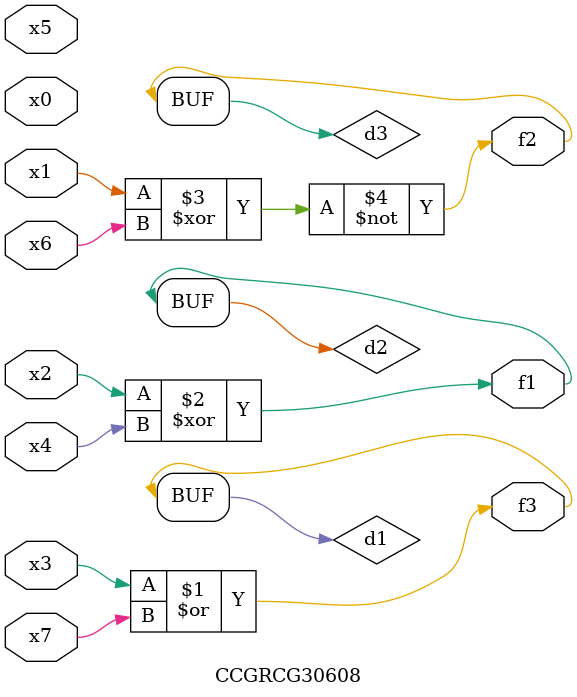
<source format=v>
module CCGRCG30608(
	input x0, x1, x2, x3, x4, x5, x6, x7,
	output f1, f2, f3
);

	wire d1, d2, d3;

	or (d1, x3, x7);
	xor (d2, x2, x4);
	xnor (d3, x1, x6);
	assign f1 = d2;
	assign f2 = d3;
	assign f3 = d1;
endmodule

</source>
